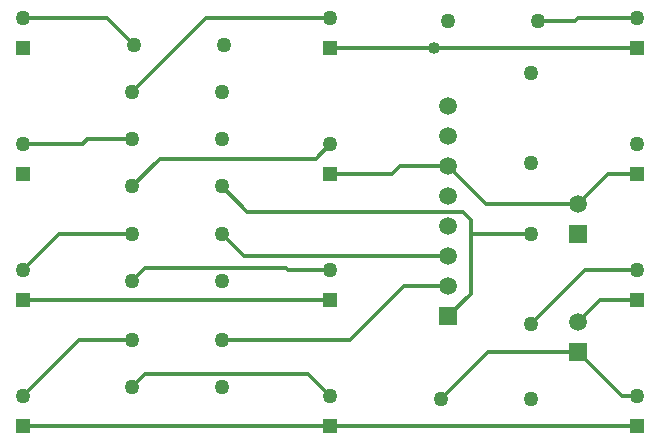
<source format=gbr>
G04 DipTrace 2.4.0.2*
%INTop.gbr*%
%MOIN*%
%ADD13C,0.013*%
%ADD14C,0.05*%
%ADD15R,0.05X0.05*%
%ADD16R,0.0591X0.0591*%
%ADD17C,0.0591*%
%ADD18C,0.05*%
%ADD19C,0.04*%
%FSLAX44Y44*%
G04*
G70*
G90*
G75*
G01*
%LNTop*%
%LPD*%
X21263Y18401D2*
D13*
X24710D1*
X31499D1*
X21263Y14200D2*
X23333D1*
X23585Y14452D1*
X25200D1*
X21263Y10003D2*
X11027D1*
X29531Y13208D2*
X30523Y14200D1*
X31499D1*
X25200Y14452D2*
X26444Y13208D1*
X29531D1*
Y9271D2*
X30263Y10003D1*
X31499D1*
X11027Y5802D2*
X21263D1*
X31499D1*
X11027Y19401D2*
X13826D1*
X14720Y18507D1*
X14645Y16932D2*
X17113Y19401D1*
X21263D1*
X31499D2*
X29522D1*
X29415Y19294D1*
X28200D1*
X11027Y15200D2*
X13010D1*
X13167Y15357D1*
X14645D1*
X21263Y11003D2*
X19853D1*
X19778Y11078D1*
X15090D1*
X14645Y10633D1*
X31499Y6802D2*
X30999D1*
X29531Y8271D1*
X26531D1*
X24956Y6696D1*
X25200Y11452D2*
X18401D1*
X17645Y12208D1*
X11027Y11003D2*
X12231Y12208D1*
X14645D1*
X21263Y6802D2*
X20531Y7535D1*
X15090D1*
X14645Y7090D1*
X25200Y10452D2*
X23718D1*
X21930Y8665D1*
X17645D1*
X11027Y6802D2*
X12889Y8665D1*
X14645D1*
X17645Y13783D2*
X18485Y12942D1*
X25690D1*
X25950Y12682D1*
Y12208D1*
Y10202D1*
X25200Y9452D1*
X25950Y12208D2*
X27956D1*
X21263Y15200D2*
X20775Y14712D1*
X15574D1*
X14645Y13783D1*
X31499Y11003D2*
X29751D1*
X27956Y9208D1*
D19*
X24710Y18401D3*
D14*
X11027Y19401D3*
D15*
Y18401D3*
D14*
X21263Y19401D3*
D15*
Y18401D3*
D14*
X31499Y19401D3*
D15*
Y18401D3*
D14*
X11027Y15200D3*
D15*
Y14200D3*
D14*
X21263Y15200D3*
D15*
Y14200D3*
D14*
X31499Y15200D3*
D15*
Y14200D3*
D14*
X11027Y11003D3*
D15*
Y10003D3*
D14*
X21263Y11003D3*
D15*
Y10003D3*
D14*
X31499Y11003D3*
D15*
Y10003D3*
D14*
X11027Y6802D3*
D15*
Y5802D3*
D14*
X21263Y6802D3*
D15*
Y5802D3*
D14*
X31499Y6802D3*
D15*
Y5802D3*
D16*
X29531Y12208D3*
D17*
Y13208D3*
D16*
Y8271D3*
D17*
Y9271D3*
D14*
X17720Y18507D3*
D18*
X14720D3*
D14*
X17645Y16932D3*
D18*
X14645D3*
D14*
X25200Y19294D3*
D18*
X28200D3*
D14*
X17645Y15357D3*
D18*
X14645D3*
D14*
X17645Y13783D3*
D18*
X14645D3*
D14*
X27956Y14570D3*
D18*
Y17570D3*
D14*
X17645Y12208D3*
D18*
X14645D3*
D14*
X17645Y10633D3*
D18*
X14645D3*
D14*
X27956Y12208D3*
D18*
Y9208D3*
D14*
X17645Y8665D3*
D18*
X14645D3*
D14*
X17645Y7090D3*
D18*
X14645D3*
D14*
X27956Y6696D3*
D18*
X24956D3*
D16*
X25200Y9452D3*
D17*
Y10452D3*
Y11452D3*
Y12452D3*
Y13452D3*
Y14452D3*
Y15452D3*
Y16452D3*
M02*

</source>
